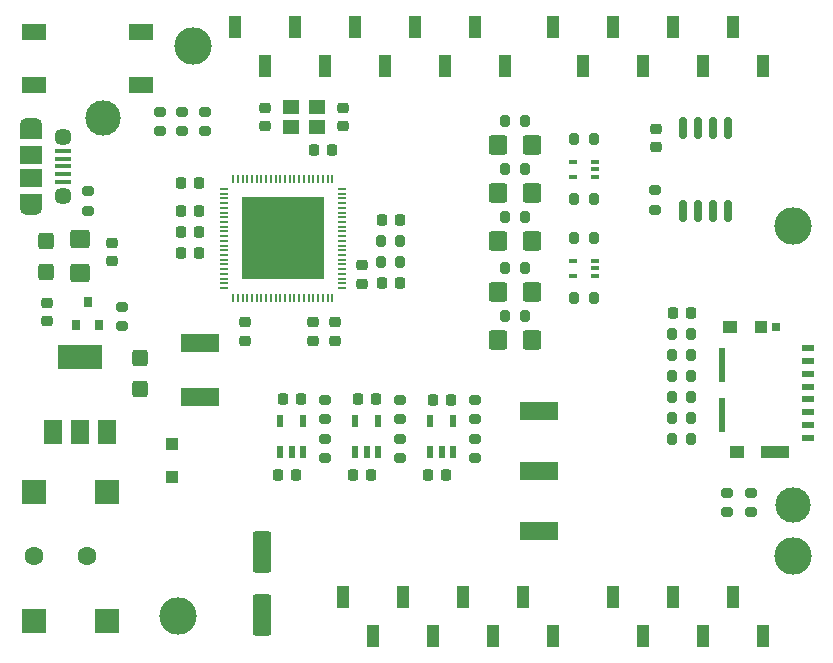
<source format=gbr>
%TF.GenerationSoftware,KiCad,Pcbnew,6.0.0*%
%TF.CreationDate,2022-01-02T09:26:30-06:00*%
%TF.ProjectId,boysenboard,626f7973-656e-4626-9f61-72642e6b6963,rev?*%
%TF.SameCoordinates,Original*%
%TF.FileFunction,Soldermask,Top*%
%TF.FilePolarity,Negative*%
%FSLAX46Y46*%
G04 Gerber Fmt 4.6, Leading zero omitted, Abs format (unit mm)*
G04 Created by KiCad (PCBNEW 6.0.0) date 2022-01-02 09:26:30*
%MOMM*%
%LPD*%
G01*
G04 APERTURE LIST*
G04 Aperture macros list*
%AMRoundRect*
0 Rectangle with rounded corners*
0 $1 Rounding radius*
0 $2 $3 $4 $5 $6 $7 $8 $9 X,Y pos of 4 corners*
0 Add a 4 corners polygon primitive as box body*
4,1,4,$2,$3,$4,$5,$6,$7,$8,$9,$2,$3,0*
0 Add four circle primitives for the rounded corners*
1,1,$1+$1,$2,$3*
1,1,$1+$1,$4,$5*
1,1,$1+$1,$6,$7*
1,1,$1+$1,$8,$9*
0 Add four rect primitives between the rounded corners*
20,1,$1+$1,$2,$3,$4,$5,0*
20,1,$1+$1,$4,$5,$6,$7,0*
20,1,$1+$1,$6,$7,$8,$9,0*
20,1,$1+$1,$8,$9,$2,$3,0*%
G04 Aperture macros list end*
%ADD10RoundRect,0.225000X-0.250000X0.225000X-0.250000X-0.225000X0.250000X-0.225000X0.250000X0.225000X0*%
%ADD11RoundRect,0.250000X0.425000X-0.450000X0.425000X0.450000X-0.425000X0.450000X-0.425000X-0.450000X0*%
%ADD12RoundRect,0.225000X0.250000X-0.225000X0.250000X0.225000X-0.250000X0.225000X-0.250000X-0.225000X0*%
%ADD13RoundRect,0.225000X-0.225000X-0.250000X0.225000X-0.250000X0.225000X0.250000X-0.225000X0.250000X0*%
%ADD14RoundRect,0.225000X0.225000X0.250000X-0.225000X0.250000X-0.225000X-0.250000X0.225000X-0.250000X0*%
%ADD15R,1.100000X1.100000*%
%ADD16RoundRect,0.250000X0.575000X-0.550000X0.575000X0.550000X-0.575000X0.550000X-0.575000X-0.550000X0*%
%ADD17C,3.000000*%
%ADD18C,3.175000*%
%ADD19R,1.000000X1.900000*%
%ADD20R,0.800000X0.900000*%
%ADD21RoundRect,0.200000X0.200000X0.275000X-0.200000X0.275000X-0.200000X-0.275000X0.200000X-0.275000X0*%
%ADD22RoundRect,0.200000X-0.275000X0.200000X-0.275000X-0.200000X0.275000X-0.200000X0.275000X0.200000X0*%
%ADD23RoundRect,0.200000X0.275000X-0.200000X0.275000X0.200000X-0.275000X0.200000X-0.275000X-0.200000X0*%
%ADD24RoundRect,0.200000X-0.200000X-0.275000X0.200000X-0.275000X0.200000X0.275000X-0.200000X0.275000X0*%
%ADD25R,2.100000X1.400000*%
%ADD26R,1.500000X2.000000*%
%ADD27R,3.800000X2.000000*%
%ADD28R,0.600000X1.050000*%
%ADD29R,1.400000X1.200000*%
%ADD30C,1.600000*%
%ADD31R,2.000000X2.000000*%
%ADD32R,1.350000X0.400000*%
%ADD33C,1.450000*%
%ADD34O,1.900000X1.200000*%
%ADD35R,1.900000X1.500000*%
%ADD36R,1.900000X1.200000*%
%ADD37RoundRect,0.250000X0.550000X0.575000X-0.550000X0.575000X-0.550000X-0.575000X0.550000X-0.575000X0*%
%ADD38R,0.650000X0.400000*%
%ADD39R,1.000000X0.500000*%
%ADD40R,0.780000X0.720000*%
%ADD41R,1.080000X1.050000*%
%ADD42R,1.200000X1.050000*%
%ADD43R,2.390000X1.050000*%
%ADD44R,0.550000X2.910000*%
%ADD45RoundRect,0.150000X0.150000X-0.800000X0.150000X0.800000X-0.150000X0.800000X-0.150000X-0.800000X0*%
%ADD46RoundRect,0.250000X-0.550000X1.500000X-0.550000X-1.500000X0.550000X-1.500000X0.550000X1.500000X0*%
%ADD47R,3.300000X1.600000*%
%ADD48RoundRect,0.250000X-0.425000X0.450000X-0.425000X-0.450000X0.425000X-0.450000X0.425000X0.450000X0*%
%ADD49R,0.250000X0.800000*%
%ADD50R,0.800000X0.250000*%
%ADD51R,7.000000X7.000000*%
G04 APERTURE END LIST*
D10*
%TO.C,C1*%
X97282000Y-54724000D03*
X97282000Y-56274000D03*
%TD*%
%TO.C,C2*%
X91821000Y-59804000D03*
X91821000Y-61354000D03*
%TD*%
D11*
%TO.C,C3*%
X91694000Y-57230000D03*
X91694000Y-54530000D03*
%TD*%
D10*
%TO.C,C4*%
X116840000Y-43294000D03*
X116840000Y-44844000D03*
%TD*%
D12*
%TO.C,C5*%
X110236000Y-44844000D03*
X110236000Y-43294000D03*
%TD*%
D13*
%TO.C,C8*%
X111366000Y-74422000D03*
X112916000Y-74422000D03*
%TD*%
%TO.C,C9*%
X111747000Y-67945000D03*
X113297000Y-67945000D03*
%TD*%
%TO.C,C10*%
X117716000Y-74422000D03*
X119266000Y-74422000D03*
%TD*%
%TO.C,C11*%
X118097000Y-67945000D03*
X119647000Y-67945000D03*
%TD*%
D14*
%TO.C,C13*%
X104661000Y-55626000D03*
X103111000Y-55626000D03*
%TD*%
D10*
%TO.C,C14*%
X108585000Y-61455000D03*
X108585000Y-63005000D03*
%TD*%
D14*
%TO.C,C15*%
X104661000Y-49657000D03*
X103111000Y-49657000D03*
%TD*%
D13*
%TO.C,C16*%
X124066000Y-74422000D03*
X125616000Y-74422000D03*
%TD*%
%TO.C,C17*%
X124447000Y-68072000D03*
X125997000Y-68072000D03*
%TD*%
%TO.C,C19*%
X120129000Y-58166000D03*
X121679000Y-58166000D03*
%TD*%
D10*
%TO.C,C20*%
X116205000Y-61455000D03*
X116205000Y-63005000D03*
%TD*%
D13*
%TO.C,C22*%
X120129000Y-52832000D03*
X121679000Y-52832000D03*
%TD*%
D14*
%TO.C,C23*%
X146317000Y-60706000D03*
X144767000Y-60706000D03*
%TD*%
D10*
%TO.C,C25*%
X114300000Y-61455000D03*
X114300000Y-63005000D03*
%TD*%
D14*
%TO.C,C26*%
X104661000Y-53848000D03*
X103111000Y-53848000D03*
%TD*%
D15*
%TO.C,D1*%
X102362000Y-71752000D03*
X102362000Y-74552000D03*
%TD*%
D16*
%TO.C,F1*%
X94615000Y-57277000D03*
X94615000Y-54427000D03*
%TD*%
D17*
%TO.C,FID2*%
X154940000Y-76962000D03*
%TD*%
D18*
%TO.C,H2*%
X154940000Y-53340000D03*
%TD*%
%TO.C,H3*%
X104140000Y-38100000D03*
%TD*%
%TO.C,H4*%
X154940000Y-81280000D03*
%TD*%
D19*
%TO.C,J7*%
X139700000Y-84710000D03*
X142240000Y-88010000D03*
X144780000Y-84710000D03*
X147320000Y-88010000D03*
X149860000Y-84710000D03*
X152400000Y-88010000D03*
%TD*%
D20*
%TO.C,Q1*%
X94300000Y-61706000D03*
X96200000Y-61706000D03*
X95250000Y-59706000D03*
%TD*%
D21*
%TO.C,R1*%
X132270000Y-60960000D03*
X130620000Y-60960000D03*
%TD*%
%TO.C,R2*%
X132270000Y-52578000D03*
X130620000Y-52578000D03*
%TD*%
%TO.C,R3*%
X132270000Y-56896000D03*
X130620000Y-56896000D03*
%TD*%
%TO.C,R4*%
X132270000Y-44450000D03*
X130620000Y-44450000D03*
%TD*%
D22*
%TO.C,R6*%
X95250000Y-50356000D03*
X95250000Y-52006000D03*
%TD*%
D23*
%TO.C,R7*%
X98171000Y-61785000D03*
X98171000Y-60135000D03*
%TD*%
D21*
%TO.C,R8*%
X132270000Y-48514000D03*
X130620000Y-48514000D03*
%TD*%
D22*
%TO.C,R9*%
X115316000Y-68009000D03*
X115316000Y-69659000D03*
%TD*%
%TO.C,R11*%
X115316000Y-71311000D03*
X115316000Y-72961000D03*
%TD*%
%TO.C,R13*%
X121666000Y-71311000D03*
X121666000Y-72961000D03*
%TD*%
%TO.C,R15*%
X128016000Y-68009000D03*
X128016000Y-69659000D03*
%TD*%
D23*
%TO.C,R16*%
X128016000Y-72961000D03*
X128016000Y-71311000D03*
%TD*%
D21*
%TO.C,R17*%
X121729000Y-56388000D03*
X120079000Y-56388000D03*
%TD*%
D24*
%TO.C,R18*%
X120079000Y-54610000D03*
X121729000Y-54610000D03*
%TD*%
D21*
%TO.C,R19*%
X146367000Y-71374000D03*
X144717000Y-71374000D03*
%TD*%
%TO.C,R20*%
X146367000Y-69596000D03*
X144717000Y-69596000D03*
%TD*%
%TO.C,R21*%
X146367000Y-67818000D03*
X144717000Y-67818000D03*
%TD*%
%TO.C,R22*%
X146367000Y-66040000D03*
X144717000Y-66040000D03*
%TD*%
%TO.C,R23*%
X146367000Y-64262000D03*
X144717000Y-64262000D03*
%TD*%
%TO.C,R24*%
X146367000Y-62484000D03*
X144717000Y-62484000D03*
%TD*%
D25*
%TO.C,SW1*%
X90700000Y-41366000D03*
X99800000Y-41366000D03*
X90700000Y-36866000D03*
X99800000Y-36866000D03*
%TD*%
D26*
%TO.C,U2*%
X92315000Y-70714000D03*
X94615000Y-70714000D03*
D27*
X94615000Y-64414000D03*
D26*
X96915000Y-70714000D03*
%TD*%
D28*
%TO.C,U3*%
X111572000Y-72470000D03*
X112522000Y-72470000D03*
X113472000Y-72470000D03*
X113472000Y-69770000D03*
X111572000Y-69770000D03*
%TD*%
%TO.C,U4*%
X117922000Y-72470000D03*
X118872000Y-72470000D03*
X119822000Y-72470000D03*
X119822000Y-69770000D03*
X117922000Y-69770000D03*
%TD*%
%TO.C,U5*%
X124272000Y-72470000D03*
X125222000Y-72470000D03*
X126172000Y-72470000D03*
X126172000Y-69770000D03*
X124272000Y-69770000D03*
%TD*%
D29*
%TO.C,Y1*%
X112438000Y-44919000D03*
X114638000Y-44919000D03*
X114638000Y-43219000D03*
X112438000Y-43219000D03*
%TD*%
D30*
%TO.C,J2*%
X90678000Y-81280000D03*
X95178000Y-81280000D03*
D31*
X96878000Y-75780000D03*
X90678000Y-75780000D03*
X90678000Y-86780000D03*
X96878000Y-86780000D03*
%TD*%
D18*
%TO.C,H1*%
X102870000Y-86360000D03*
%TD*%
D32*
%TO.C,J1*%
X93156500Y-46960000D03*
X93156500Y-47610000D03*
X93156500Y-48260000D03*
X93156500Y-48910000D03*
X93156500Y-49560000D03*
D33*
X93156500Y-50760000D03*
D34*
X90456500Y-51760000D03*
D35*
X90456500Y-47260000D03*
D36*
X90456500Y-45360000D03*
X90456500Y-51160000D03*
D33*
X93156500Y-45760000D03*
D35*
X90456500Y-49260000D03*
D34*
X90456500Y-44760000D03*
%TD*%
D37*
%TO.C,D3*%
X132870000Y-54610000D03*
X130020000Y-54610000D03*
%TD*%
%TO.C,D4*%
X132870000Y-58928000D03*
X130020000Y-58928000D03*
%TD*%
%TO.C,D5*%
X132870000Y-46482000D03*
X130020000Y-46482000D03*
%TD*%
D21*
%TO.C,R10*%
X138112000Y-54356000D03*
X136462000Y-54356000D03*
%TD*%
%TO.C,R25*%
X138112000Y-59436000D03*
X136462000Y-59436000D03*
%TD*%
%TO.C,R26*%
X138112000Y-45974000D03*
X136462000Y-45974000D03*
%TD*%
%TO.C,R27*%
X138112000Y-51054000D03*
X136462000Y-51054000D03*
%TD*%
D38*
%TO.C,U7*%
X138237000Y-49164000D03*
X138237000Y-48514000D03*
X138237000Y-47864000D03*
X136337000Y-47864000D03*
X136337000Y-49164000D03*
%TD*%
%TO.C,U8*%
X138237000Y-57546000D03*
X138237000Y-56896000D03*
X138237000Y-56246000D03*
X136337000Y-56246000D03*
X136337000Y-57546000D03*
%TD*%
D39*
%TO.C,J5*%
X156210000Y-63587000D03*
X156210000Y-64687000D03*
X156210000Y-65787000D03*
X156210000Y-66887000D03*
X156210000Y-67987000D03*
X156210000Y-69087000D03*
X156210000Y-70187000D03*
X156210000Y-71287000D03*
D40*
X153530000Y-61827000D03*
D41*
X152260000Y-61827000D03*
D42*
X149650000Y-61827000D03*
D43*
X153405000Y-72462000D03*
D42*
X150220000Y-72462000D03*
D44*
X148975000Y-69282000D03*
X148975000Y-65092000D03*
%TD*%
D45*
%TO.C,U6*%
X145669000Y-52014000D03*
X146939000Y-52014000D03*
X148209000Y-52014000D03*
X149479000Y-52014000D03*
X149479000Y-45014000D03*
X148209000Y-45014000D03*
X146939000Y-45014000D03*
X145669000Y-45014000D03*
%TD*%
D19*
%TO.C,J3*%
X107696000Y-36450000D03*
X110236000Y-39750000D03*
X112776000Y-36450000D03*
X115316000Y-39750000D03*
X117856000Y-36450000D03*
X120396000Y-39750000D03*
X122936000Y-36450000D03*
X125476000Y-39750000D03*
X128016000Y-36450000D03*
X130556000Y-39750000D03*
%TD*%
D10*
%TO.C,C18*%
X143383000Y-45072000D03*
X143383000Y-46622000D03*
%TD*%
D22*
%TO.C,R14*%
X143256000Y-50291992D03*
X143256000Y-51941992D03*
%TD*%
D19*
%TO.C,J6*%
X134620000Y-36450000D03*
X137160000Y-39750000D03*
X139700000Y-36450000D03*
X142240000Y-39750000D03*
X144780000Y-36450000D03*
X147320000Y-39750000D03*
X149860000Y-36450000D03*
X152400000Y-39750000D03*
%TD*%
D17*
%TO.C,FID1*%
X96520000Y-44196000D03*
%TD*%
D46*
%TO.C,C6*%
X109982000Y-80866000D03*
X109982000Y-86266000D03*
%TD*%
D10*
%TO.C,C12*%
X118491000Y-56629000D03*
X118491000Y-58179000D03*
%TD*%
D23*
%TO.C,R5*%
X101346000Y-45275000D03*
X101346000Y-43625000D03*
%TD*%
D47*
%TO.C,TP1*%
X104775000Y-63246000D03*
%TD*%
%TO.C,TP2*%
X104775000Y-67818000D03*
%TD*%
%TO.C,TP3*%
X133477000Y-79121000D03*
%TD*%
%TO.C,TP4*%
X133477000Y-74041000D03*
%TD*%
%TO.C,TP5*%
X133477000Y-68961000D03*
%TD*%
D19*
%TO.C,J4*%
X116840000Y-84710000D03*
X119380000Y-88010000D03*
X121920000Y-84710000D03*
X124460000Y-88010000D03*
X127000000Y-84710000D03*
X129540000Y-88010000D03*
X132080000Y-84710000D03*
X134620000Y-88010000D03*
%TD*%
D14*
%TO.C,C21*%
X104661000Y-52070000D03*
X103111000Y-52070000D03*
%TD*%
D13*
%TO.C,C24*%
X114414000Y-46863000D03*
X115964000Y-46863000D03*
%TD*%
D37*
%TO.C,D6*%
X132870000Y-50546000D03*
X130020000Y-50546000D03*
%TD*%
D22*
%TO.C,R12*%
X121666000Y-68009000D03*
X121666000Y-69659000D03*
%TD*%
D48*
%TO.C,C7*%
X99695000Y-64436000D03*
X99695000Y-67136000D03*
%TD*%
D37*
%TO.C,D2*%
X132870000Y-62992000D03*
X130020000Y-62992000D03*
%TD*%
D49*
%TO.C,U1*%
X107560000Y-59356000D03*
X107960000Y-59356000D03*
X108360000Y-59356000D03*
X108760000Y-59356000D03*
X109160000Y-59356000D03*
X109560000Y-59356000D03*
X109960000Y-59356000D03*
X110360000Y-59356000D03*
X110760000Y-59356000D03*
X111160000Y-59356000D03*
X111560000Y-59356000D03*
X111960000Y-59356000D03*
X112360000Y-59356000D03*
X112760000Y-59356000D03*
X113160000Y-59356000D03*
X113560000Y-59356000D03*
X113960000Y-59356000D03*
X114360000Y-59356000D03*
X114760000Y-59356000D03*
X115160000Y-59356000D03*
X115560000Y-59356000D03*
X115960000Y-59356000D03*
D50*
X116760000Y-58556000D03*
X116760000Y-58156000D03*
X116760000Y-57756000D03*
X116760000Y-57356000D03*
X116760000Y-56956000D03*
X116760000Y-56556000D03*
X116760000Y-56156000D03*
X116760000Y-55756000D03*
X116760000Y-55356000D03*
X116760000Y-54956000D03*
X116760000Y-54556000D03*
X116760000Y-54156000D03*
X116760000Y-53756000D03*
X116760000Y-53356000D03*
X116760000Y-52956000D03*
X116760000Y-52556000D03*
X116760000Y-52156000D03*
X116760000Y-51756000D03*
X116760000Y-51356000D03*
X116760000Y-50956000D03*
X116760000Y-50556000D03*
X116760000Y-50156000D03*
D49*
X115960000Y-49356000D03*
X115560000Y-49356000D03*
X115160000Y-49356000D03*
X114760000Y-49356000D03*
X114360000Y-49356000D03*
X113960000Y-49356000D03*
X113560000Y-49356000D03*
X113160000Y-49356000D03*
X112760000Y-49356000D03*
X112360000Y-49356000D03*
X111960000Y-49356000D03*
X111560000Y-49356000D03*
X111160000Y-49356000D03*
X110760000Y-49356000D03*
X110360000Y-49356000D03*
X109960000Y-49356000D03*
X109560000Y-49356000D03*
X109160000Y-49356000D03*
X108760000Y-49356000D03*
X108360000Y-49356000D03*
X107960000Y-49356000D03*
X107560000Y-49356000D03*
D50*
X106760000Y-50156000D03*
X106760000Y-50556000D03*
X106760000Y-50956000D03*
X106760000Y-51356000D03*
X106760000Y-51756000D03*
X106760000Y-52156000D03*
X106760000Y-52556000D03*
X106760000Y-52956000D03*
X106760000Y-53356000D03*
X106760000Y-53756000D03*
X106760000Y-54156000D03*
X106760000Y-54556000D03*
X106760000Y-54956000D03*
X106760000Y-55356000D03*
X106760000Y-55756000D03*
X106760000Y-56156000D03*
X106760000Y-56556000D03*
X106760000Y-56956000D03*
X106760000Y-57356000D03*
X106760000Y-57756000D03*
X106760000Y-58156000D03*
X106760000Y-58556000D03*
D51*
X111760000Y-54356000D03*
%TD*%
D22*
%TO.C,R28*%
X105156000Y-43625000D03*
X105156000Y-45275000D03*
%TD*%
%TO.C,R29*%
X103251000Y-43625000D03*
X103251000Y-45275000D03*
%TD*%
D23*
%TO.C,R30*%
X149352000Y-77533000D03*
X149352000Y-75883000D03*
%TD*%
%TO.C,R31*%
X151384000Y-77533000D03*
X151384000Y-75883000D03*
%TD*%
M02*

</source>
